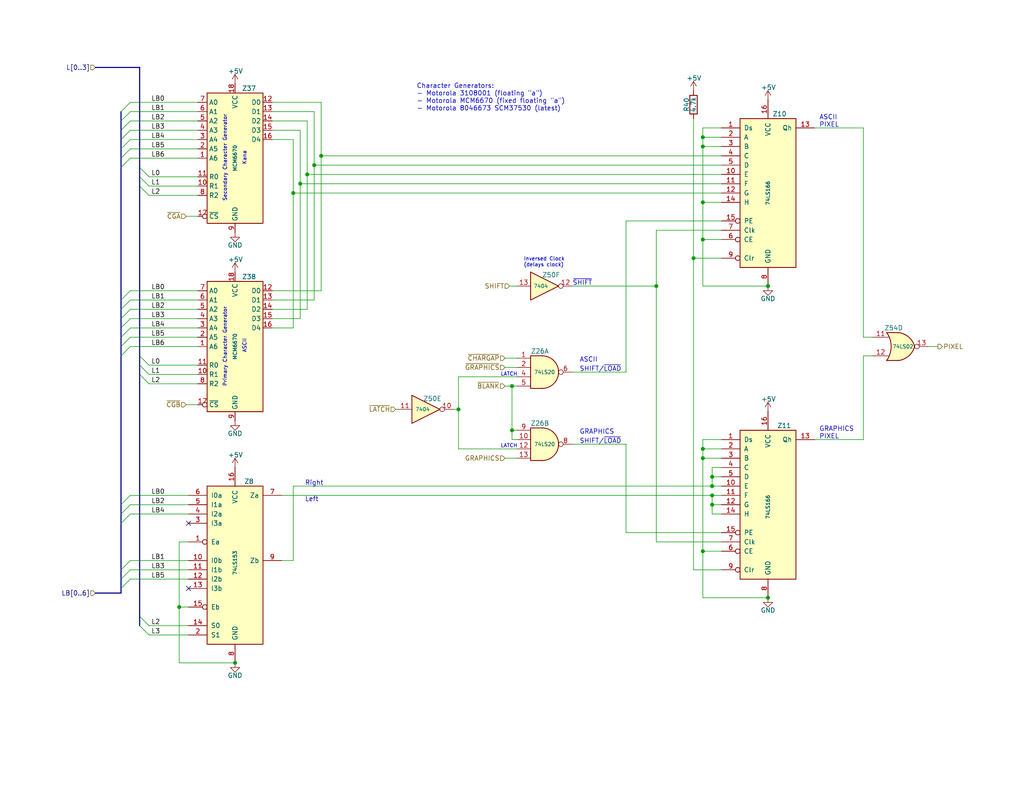
<source format=kicad_sch>
(kicad_sch (version 20250114) (generator "eeschema") (generator_version "9.0")
  (paper "USLetter")
  (title_block (title "TRS-80 Model I Rev HE11E011520") (date "2025-06-14") (rev "E1A") (company "RetroStack - Marcel Erz") (comment 2 "Video generator for text and block graphics through 7th bit selection") (comment 4 "Video Generator"))
  (lib_symbols
    (symbol "74xx:74LS02" (pin_names (offset 1.016))
      (property "Reference" "U" (at 0 1.27 0))
      (property "Value" "74LS02" (at 0 -1.27 0))
      (symbol "74LS02_1_1"
        (arc (start -3.81 3.81) (mid -2.589 0) (end -3.81 -3.81) (stroke (width 0.254)))
        (polyline (pts (xy -3.81 3.81) (xy -0.635 3.81)) (stroke (width 0.254)) (fill (type background)))
        (polyline (pts (xy -3.81 -3.81) (xy -0.635 -3.81)) (stroke (width 0.254)) (fill (type background)))
        (arc (start 3.81 0) (mid 2.1855 -2.584) (end -0.6096 -3.81) (stroke (width 0.254)) (fill (type background)))
        (arc (start -0.6096 3.81) (mid 2.1928 2.5924) (end 3.81 0) (stroke (width 0.254)) (fill (type background)))
        (polyline (pts (xy -0.635 3.81) (xy -3.81 3.81) (xy -3.81 3.81) (xy -3.556 3.4036) (xy -3.0226 2.2606) (xy -2.6924 1.0414) (xy -2.6162 -0.254) (xy -2.7686 -1.4986) (xy -3.175 -2.7178) (xy -3.81 -3.81) (xy -3.81 -3.81) (xy -0.635 -3.81)) (stroke (width -25.4)) (fill (type background)))
        (pin input line (at -7.62 2.54 0) (length 4.318) (name "~") (number "2"))
        (pin input line (at -7.62 -2.54 0) (length 4.318) (name "~") (number "3"))
        (pin output inverted (at 7.62 0 180) (length 3.81) (name "~") (number "1"))
      )
      (symbol "74LS02_1_2"
        (arc (start 0 3.81) (mid 3.7934 0) (end 0 -3.81) (stroke (width 0.254)) (fill (type background)))
        (polyline (pts (xy 0 3.81) (xy -3.81 3.81) (xy -3.81 -3.81) (xy 0 -3.81)) (stroke (width 0.254)) (fill (type background)))
        (pin input inverted (at -7.62 2.54 0) (length 3.81) (name "~") (number "2"))
        (pin input inverted (at -7.62 -2.54 0) (length 3.81) (name "~") (number "3"))
        (pin output line (at 7.62 0 180) (length 3.81) (name "~") (number "1"))
      )
      (symbol "74LS02_2_1"
        (arc (start -3.81 3.81) (mid -2.589 0) (end -3.81 -3.81) (stroke (width 0.254)))
        (polyline (pts (xy -3.81 3.81) (xy -0.635 3.81)) (stroke (width 0.254)) (fill (type background)))
        (polyline (pts (xy -3.81 -3.81) (xy -0.635 -3.81)) (stroke (width 0.254)) (fill (type background)))
        (arc (start 3.81 0) (mid 2.1855 -2.584) (end -0.6096 -3.81) (stroke (width 0.254)) (fill (type background)))
        (arc (start -0.6096 3.81) (mid 2.1928 2.5924) (end 3.81 0) (stroke (width 0.254)) (fill (type background)))
        (polyline (pts (xy -0.635 3.81) (xy -3.81 3.81) (xy -3.81 3.81) (xy -3.556 3.4036) (xy -3.0226 2.2606) (xy -2.6924 1.0414) (xy -2.6162 -0.254) (xy -2.7686 -1.4986) (xy -3.175 -2.7178) (xy -3.81 -3.81) (xy -3.81 -3.81) (xy -0.635 -3.81)) (stroke (width -25.4)) (fill (type background)))
        (pin input line (at -7.62 2.54 0) (length 4.318) (name "~") (number "5"))
        (pin input line (at -7.62 -2.54 0) (length 4.318) (name "~") (number "6"))
        (pin output inverted (at 7.62 0 180) (length 3.81) (name "~") (number "4"))
      )
      (symbol "74LS02_2_2"
        (arc (start 0 3.81) (mid 3.7934 0) (end 0 -3.81) (stroke (width 0.254)) (fill (type background)))
        (polyline (pts (xy 0 3.81) (xy -3.81 3.81) (xy -3.81 -3.81) (xy 0 -3.81)) (stroke (width 0.254)) (fill (type background)))
        (pin input inverted (at -7.62 2.54 0) (length 3.81) (name "~") (number "5"))
        (pin input inverted (at -7.62 -2.54 0) (length 3.81) (name "~") (number "6"))
        (pin output line (at 7.62 0 180) (length 3.81) (name "~") (number "4"))
      )
      (symbol "74LS02_3_1"
        (arc (start -3.81 3.81) (mid -2.589 0) (end -3.81 -3.81) (stroke (width 0.254)))
        (polyline (pts (xy -3.81 3.81) (xy -0.635 3.81)) (stroke (width 0.254)) (fill (type background)))
        (polyline (pts (xy -3.81 -3.81) (xy -0.635 -3.81)) (stroke (width 0.254)) (fill (type background)))
        (arc (start 3.81 0) (mid 2.1855 -2.584) (end -0.6096 -3.81) (stroke (width 0.254)) (fill (type background)))
        (arc (start -0.6096 3.81) (mid 2.1928 2.5924) (end 3.81 0) (stroke (width 0.254)) (fill (type background)))
        (polyline (pts (xy -0.635 3.81) (xy -3.81 3.81) (xy -3.81 3.81) (xy -3.556 3.4036) (xy -3.0226 2.2606) (xy -2.6924 1.0414) (xy -2.6162 -0.254) (xy -2.7686 -1.4986) (xy -3.175 -2.7178) (xy -3.81 -3.81) (xy -3.81 -3.81) (xy -0.635 -3.81)) (stroke (width -25.4)) (fill (type background)))
        (pin input line (at -7.62 2.54 0) (length 4.318) (name "~") (number "8"))
        (pin input line (at -7.62 -2.54 0) (length 4.318) (name "~") (number "9"))
        (pin output inverted (at 7.62 0 180) (length 3.81) (name "~") (number "10"))
      )
      (symbol "74LS02_3_2"
        (arc (start 0 3.81) (mid 3.7934 0) (end 0 -3.81) (stroke (width 0.254)) (fill (type background)))
        (polyline (pts (xy 0 3.81) (xy -3.81 3.81) (xy -3.81 -3.81) (xy 0 -3.81)) (stroke (width 0.254)) (fill (type background)))
        (pin input inverted (at -7.62 2.54 0) (length 3.81) (name "~") (number "8"))
        (pin input inverted (at -7.62 -2.54 0) (length 3.81) (name "~") (number "9"))
        (pin output line (at 7.62 0 180) (length 3.81) (name "~") (number "10"))
      )
      (symbol "74LS02_4_1"
        (arc (start -3.81 3.81) (mid -2.589 0) (end -3.81 -3.81) (stroke (width 0.254)))
        (polyline (pts (xy -3.81 3.81) (xy -0.635 3.81)) (stroke (width 0.254)) (fill (type background)))
        (polyline (pts (xy -3.81 -3.81) (xy -0.635 -3.81)) (stroke (width 0.254)) (fill (type background)))
        (arc (start 3.81 0) (mid 2.1855 -2.584) (end -0.6096 -3.81) (stroke (width 0.254)) (fill (type background)))
        (arc (start -0.6096 3.81) (mid 2.1928 2.5924) (end 3.81 0) (stroke (width 0.254)) (fill (type background)))
        (polyline (pts (xy -0.635 3.81) (xy -3.81 3.81) (xy -3.81 3.81) (xy -3.556 3.4036) (xy -3.0226 2.2606) (xy -2.6924 1.0414) (xy -2.6162 -0.254) (xy -2.7686 -1.4986) (xy -3.175 -2.7178) (xy -3.81 -3.81) (xy -3.81 -3.81) (xy -0.635 -3.81)) (stroke (width -25.4)) (fill (type background)))
        (pin input line (at -7.62 2.54 0) (length 4.318) (name "~") (number "11"))
        (pin input line (at -7.62 -2.54 0) (length 4.318) (name "~") (number "12"))
        (pin output inverted (at 7.62 0 180) (length 3.81) (name "~") (number "13"))
      )
      (symbol "74LS02_4_2"
        (arc (start 0 3.81) (mid 3.7934 0) (end 0 -3.81) (stroke (width 0.254)) (fill (type background)))
        (polyline (pts (xy 0 3.81) (xy -3.81 3.81) (xy -3.81 -3.81) (xy 0 -3.81)) (stroke (width 0.254)) (fill (type background)))
        (pin input inverted (at -7.62 2.54 0) (length 3.81) (name "~") (number "11"))
        (pin input inverted (at -7.62 -2.54 0) (length 3.81) (name "~") (number "12"))
        (pin output line (at 7.62 0 180) (length 3.81) (name "~") (number "13"))
      )
      (symbol "74LS02_5_0"
        (pin power_in line (at 0 12.7 270) (length 5.08) (name "VCC") (number "14"))
        (pin power_in line (at 0 -12.7 90) (length 5.08) (name "GND") (number "7"))
      )
      (symbol "74LS02_5_1"
        (rectangle (start -5.08 7.62) (end 5.08 -7.62) (stroke (width 0.254)) (fill (type background)))
      )
    )
    (symbol "74xx:74LS153" (pin_names (offset 1.016))
      (property "Reference" "U" (at -7.62 21.59 0))
      (property "Value" "74LS153" (at -7.62 -24.13 0))
      (symbol "74LS153_1_0"
        (pin input line (at -12.7 17.78 0) (length 5.08) (name "I0a") (number "6"))
        (pin input line (at -12.7 15.24 0) (length 5.08) (name "I1a") (number "5"))
        (pin input line (at -12.7 12.7 0) (length 5.08) (name "I2a") (number "4"))
        (pin input line (at -12.7 10.16 0) (length 5.08) (name "I3a") (number "3"))
        (pin input inverted (at -12.7 5.08 0) (length 5.08) (name "Ea") (number "1"))
        (pin input line (at -12.7 0 0) (length 5.08) (name "I0b") (number "10"))
        (pin input line (at -12.7 -2.54 0) (length 5.08) (name "I1b") (number "11"))
        (pin input line (at -12.7 -5.08 0) (length 5.08) (name "I2b") (number "12"))
        (pin input line (at -12.7 -7.62 0) (length 5.08) (name "I3b") (number "13"))
        (pin input inverted (at -12.7 -12.7 0) (length 5.08) (name "Eb") (number "15"))
        (pin input line (at -12.7 -17.78 0) (length 5.08) (name "S0") (number "14"))
        (pin input line (at -12.7 -20.32 0) (length 5.08) (name "S1") (number "2"))
        (pin power_in line (at 0 25.4 270) (length 5.08) (name "VCC") (number "16"))
        (pin power_in line (at 0 -27.94 90) (length 5.08) (name "GND") (number "8"))
        (pin output line (at 12.7 17.78 180) (length 5.08) (name "Za") (number "7"))
        (pin output line (at 12.7 0 180) (length 5.08) (name "Zb") (number "9"))
      )
      (symbol "74LS153_1_1"
        (rectangle (start -7.62 20.32) (end 7.62 -22.86) (stroke (width 0.254)) (fill (type background)))
      )
    )
    (symbol "74xx:74LS166" (pin_names (offset 1.016))
      (property "Reference" "U" (at -7.62 21.59 0))
      (property "Value" "74LS166" (at -7.62 -21.59 0))
      (symbol "74LS166_1_0"
        (pin input line (at -12.7 17.78 0) (length 5.08) (name "Ds") (number "1"))
        (pin input line (at -12.7 15.24 0) (length 5.08) (name "A") (number "2"))
        (pin input line (at -12.7 12.7 0) (length 5.08) (name "B") (number "3"))
        (pin input line (at -12.7 10.16 0) (length 5.08) (name "C") (number "4"))
        (pin input line (at -12.7 7.62 0) (length 5.08) (name "D") (number "5"))
        (pin input line (at -12.7 5.08 0) (length 5.08) (name "E") (number "10"))
        (pin input line (at -12.7 2.54 0) (length 5.08) (name "F") (number "11"))
        (pin input line (at -12.7 0 0) (length 5.08) (name "G") (number "12"))
        (pin input line (at -12.7 -2.54 0) (length 5.08) (name "H") (number "14"))
        (pin input inverted (at -12.7 -7.62 0) (length 5.08) (name "PE") (number "15"))
        (pin input line (at -12.7 -10.16 0) (length 5.08) (name "Clk") (number "7"))
        (pin input inverted (at -12.7 -12.7 0) (length 5.08) (name "CE") (number "6"))
        (pin input inverted (at -12.7 -17.78 0) (length 5.08) (name "Clr") (number "9"))
        (pin power_in line (at 0 25.4 270) (length 5.08) (name "VCC") (number "16"))
        (pin power_in line (at 0 -25.4 90) (length 5.08) (name "GND") (number "8"))
        (pin output line (at 12.7 17.78 180) (length 5.08) (name "Qh") (number "13"))
      )
      (symbol "74LS166_1_1"
        (rectangle (start -7.62 20.32) (end 7.62 -20.32) (stroke (width 0.254)) (fill (type background)))
      )
    )
    (symbol "74xx:74LS20" (pin_names (offset 1.016))
      (property "Reference" "U" (at 0 1.27 0))
      (property "Value" "74LS20" (at 0 -1.27 0))
      (symbol "74LS20_1_1"
        (arc (start -0.635 4.445) (mid 3.7907 0) (end -0.635 -4.445) (stroke (width 0.254)) (fill (type background)))
        (polyline (pts (xy -0.635 4.445) (xy -3.81 4.445) (xy -3.81 -4.445) (xy -0.635 -4.445)) (stroke (width 0.254)) (fill (type background)))
        (pin input line (at -7.62 3.81 0) (length 3.81) (name "~") (number "1"))
        (pin input line (at -7.62 1.27 0) (length 3.81) (name "~") (number "2"))
        (pin input line (at -7.62 -1.27 0) (length 3.81) (name "~") (number "4"))
        (pin input line (at -7.62 -3.81 0) (length 3.81) (name "~") (number "5"))
        (pin output inverted (at 7.62 0 180) (length 3.81) (name "~") (number "6"))
      )
      (symbol "74LS20_1_2"
        (arc (start -3.81 4.445) (mid -2.5908 0) (end -3.81 -4.445) (stroke (width 0.254)))
        (polyline (pts (xy -3.81 4.445) (xy -0.635 4.445)) (stroke (width 0.254)) (fill (type background)))
        (polyline (pts (xy -3.81 -4.445) (xy -0.635 -4.445)) (stroke (width 0.254)) (fill (type background)))
        (arc (start -0.6096 4.445) (mid 2.2198 2.8385) (end 3.81 0) (stroke (width 0.254)) (fill (type background)))
        (arc (start 3.81 0) (mid 2.224 -2.8428) (end -0.6096 -4.445) (stroke (width 0.254)) (fill (type background)))
        (polyline (pts (xy -0.635 4.445) (xy -3.81 4.445) (xy -3.81 4.445) (xy -3.6322 4.0894) (xy -3.0988 2.921) (xy -2.7686 1.6764) (xy -2.6162 0.4318) (xy -2.6416 -0.8636) (xy -2.8702 -2.1082) (xy -3.2512 -3.3274) (xy -3.81 -4.445) (xy -3.81 -4.445) (xy -0.635 -4.445)) (stroke (width -25.4)) (fill (type background)))
        (pin input inverted (at -7.62 3.81 0) (length 3.81) (name "~") (number "1"))
        (pin input inverted (at -7.62 1.27 0) (length 4.826) (name "~") (number "2"))
        (pin input inverted (at -7.62 -1.27 0) (length 4.826) (name "~") (number "4"))
        (pin input inverted (at -7.62 -3.81 0) (length 3.81) (name "~") (number "5"))
        (pin output line (at 7.62 0 180) (length 3.81) (name "~") (number "6"))
      )
      (symbol "74LS20_2_1"
        (arc (start -0.635 4.445) (mid 3.7907 0) (end -0.635 -4.445) (stroke (width 0.254)) (fill (type background)))
        (polyline (pts (xy -0.635 4.445) (xy -3.81 4.445) (xy -3.81 -4.445) (xy -0.635 -4.445)) (stroke (width 0.254)) (fill (type background)))
        (pin input line (at -7.62 3.81 0) (length 3.81) (name "~") (number "9"))
        (pin input line (at -7.62 1.27 0) (length 3.81) (name "~") (number "10"))
        (pin input line (at -7.62 -1.27 0) (length 3.81) (name "~") (number "12"))
        (pin input line (at -7.62 -3.81 0) (length 3.81) (name "~") (number "13"))
        (pin output inverted (at 7.62 0 180) (length 3.81) (name "~") (number "8"))
      )
      (symbol "74LS20_2_2"
        (arc (start -3.81 4.445) (mid -2.5908 0) (end -3.81 -4.445) (stroke (width 0.254)))
        (polyline (pts (xy -3.81 4.445) (xy -0.635 4.445)) (stroke (width 0.254)) (fill (type background)))
        (polyline (pts (xy -3.81 -4.445) (xy -0.635 -4.445)) (stroke (width 0.254)) (fill (type background)))
        (arc (start -0.6096 4.445) (mid 2.2198 2.8385) (end 3.81 0) (stroke (width 0.254)) (fill (type background)))
        (arc (start 3.81 0) (mid 2.224 -2.8428) (end -0.6096 -4.445) (stroke (width 0.254)) (fill (type background)))
        (polyline (pts (xy -0.635 4.445) (xy -3.81 4.445) (xy -3.81 4.445) (xy -3.6322 4.0894) (xy -3.0988 2.921) (xy -2.7686 1.6764) (xy -2.6162 0.4318) (xy -2.6416 -0.8636) (xy -2.8702 -2.1082) (xy -3.2512 -3.3274) (xy -3.81 -4.445) (xy -3.81 -4.445) (xy -0.635 -4.445)) (stroke (width -25.4)) (fill (type background)))
        (pin input inverted (at -7.62 3.81 0) (length 3.81) (name "~") (number "9"))
        (pin input inverted (at -7.62 1.27 0) (length 4.826) (name "~") (number "10"))
        (pin input inverted (at -7.62 -1.27 0) (length 4.826) (name "~") (number "12"))
        (pin input inverted (at -7.62 -3.81 0) (length 3.81) (name "~") (number "13"))
        (pin output line (at 7.62 0 180) (length 3.81) (name "~") (number "8"))
      )
      (symbol "74LS20_3_0"
        (pin power_in line (at 0 12.7 270) (length 5.08) (name "VCC") (number "14"))
        (pin power_in line (at 0 -12.7 90) (length 5.08) (name "GND") (number "7"))
      )
      (symbol "74LS20_3_1"
        (rectangle (start -5.08 7.62) (end 5.08 -7.62) (stroke (width 0.254)) (fill (type background)))
      )
    )
    (symbol "Device:R" (pin_numbers (hide yes)) (pin_names (offset 0))
      (property "Reference" "R" (at 2.032 0 90))
      (property "Value" "R" (at 0 0 90))
      (symbol "R_0_1"
        (rectangle (start -1.016 -2.54) (end 1.016 2.54) (stroke (width 0.254)))
      )
      (symbol "R_1_1"
        (pin passive line (at 0 3.81 270) (length 1.27) (name "~") (number "1"))
        (pin passive line (at 0 -3.81 90) (length 1.27) (name "~") (number "2"))
      )
    )
    (symbol "RetroStackLibrary:7404"
      (property "Reference" "U" (at 0 1.27 0))
      (property "Value" "7404" (at 0 -1.27 0))
      (symbol "7404_1_0"
        (polyline (pts (xy -3.81 3.81) (xy -3.81 -3.81) (xy 3.81 0) (xy -3.81 3.81)) (stroke (width 0.254)) (fill (type background)))
        (pin input line (at -7.62 0 0) (length 3.81) (name "~") (number "1"))
        (pin output inverted (at 7.62 0 180) (length 3.81) (name "~") (number "2"))
      )
      (symbol "7404_2_0"
        (polyline (pts (xy -3.81 3.81) (xy -3.81 -3.81) (xy 3.81 0) (xy -3.81 3.81)) (stroke (width 0.254)) (fill (type background)))
        (pin input line (at -7.62 0 0) (length 3.81) (name "~") (number "3"))
        (pin output inverted (at 7.62 0 180) (length 3.81) (name "~") (number "4"))
      )
      (symbol "7404_3_0"
        (polyline (pts (xy -3.81 3.81) (xy -3.81 -3.81) (xy 3.81 0) (xy -3.81 3.81)) (stroke (width 0.254)) (fill (type background)))
        (pin input line (at -7.62 0 0) (length 3.81) (name "~") (number "5"))
        (pin output inverted (at 7.62 0 180) (length 3.81) (name "~") (number "6"))
      )
      (symbol "7404_4_0"
        (polyline (pts (xy -3.81 3.81) (xy -3.81 -3.81) (xy 3.81 0) (xy -3.81 3.81)) (stroke (width 0.254)) (fill (type background)))
        (pin input line (at -7.62 0 0) (length 3.81) (name "~") (number "9"))
        (pin output inverted (at 7.62 0 180) (length 3.81) (name "~") (number "8"))
      )
      (symbol "7404_5_0"
        (polyline (pts (xy -3.81 3.81) (xy -3.81 -3.81) (xy 3.81 0) (xy -3.81 3.81)) (stroke (width 0.254)) (fill (type background)))
        (pin input line (at -7.62 0 0) (length 3.81) (name "~") (number "11"))
        (pin output inverted (at 7.62 0 180) (length 3.81) (name "~") (number "10"))
      )
      (symbol "7404_6_0"
        (polyline (pts (xy -3.81 3.81) (xy -3.81 -3.81) (xy 3.81 0) (xy -3.81 3.81)) (stroke (width 0.254)) (fill (type background)))
        (pin input line (at -7.62 0 0) (length 3.81) (name "~") (number "13"))
        (pin output inverted (at 7.62 0 180) (length 3.81) (name "~") (number "12"))
      )
      (symbol "7404_7_0"
        (pin power_in line (at 0 12.7 270) (length 5.08) (name "VCC") (number "14"))
        (pin power_in line (at 0 -12.7 90) (length 5.08) (name "GND") (number "7"))
      )
      (symbol "7404_7_1"
        (rectangle (start -5.08 7.62) (end 5.08 -7.62) (stroke (width 0.254)) (fill (type background)))
      )
    )
    (symbol "RetroStackLibrary:MCM6670P"
      (property "Reference" "U" (at 0 0 0))
      (property "Value" "MCM6670" (at 0 0 0))
      (symbol "MCM6670P_1_1"
        (rectangle (start -7.62 -5.715) (end 7.62 -41.275) (stroke (width 0.254)) (fill (type background)))
        (pin input line (at -10.16 -8.255 0) (length 2.54) (name "A0") (number "7"))
        (pin input line (at -10.16 -10.795 0) (length 2.54) (name "A1") (number "6"))
        (pin input line (at -10.16 -13.335 0) (length 2.54) (name "A2") (number "5"))
        (pin input line (at -10.16 -15.875 0) (length 2.54) (name "A3") (number "4"))
        (pin input line (at -10.16 -18.415 0) (length 2.54) (name "A4") (number "3"))
        (pin input line (at -10.16 -20.955 0) (length 2.54) (name "A5") (number "2"))
        (pin input line (at -10.16 -23.495 0) (length 2.54) (name "A6") (number "1"))
        (pin input line (at -10.16 -28.575 0) (length 2.54) (name "R0") (number "11"))
        (pin input line (at -10.16 -31.115 0) (length 2.54) (name "R1") (number "10"))
        (pin input line (at -10.16 -33.655 0) (length 2.54) (name "R2") (number "8"))
        (pin input inverted (at -10.16 -39.37 0) (length 2.54) (name "~{CS}") (number "17"))
        (pin power_in line (at 0 -3.175 270) (length 2.54) (name "VCC") (number "18"))
        (pin power_in line (at 0 -43.815 90) (length 2.54) (name "GND") (number "9"))
        (pin output line (at 10.16 -8.255 180) (length 2.54) (name "D0") (number "12"))
        (pin output line (at 10.16 -10.795 180) (length 2.54) (name "D1") (number "13"))
        (pin output line (at 10.16 -13.335 180) (length 2.54) (name "D2") (number "14"))
        (pin output line (at 10.16 -15.875 180) (length 2.54) (name "D3") (number "15"))
        (pin output line (at 10.16 -18.415 180) (length 2.54) (name "D4") (number "16"))
      )
    )
    (symbol "power:+5V" (power) (pin_numbers (hide yes)) (pin_names (offset 0) (hide yes))
      (property "Value" "+5V" (at 0 3.556 0))
      (symbol "+5V_0_1"
        (polyline (pts (xy -0.762 1.27) (xy 0 2.54)))
        (polyline (pts (xy 0 2.54) (xy 0.762 1.27)))
        (polyline (pts (xy 0 0) (xy 0 2.54)))
      )
      (symbol "+5V_1_1"
        (pin power_in line (at 0 0 90) (length 0) (name "~") (number "1"))
      )
    )
    (symbol "power:GND" (power) (pin_numbers (hide yes)) (pin_names (offset 0) (hide yes))
      (property "Value" "GND" (at 0 -3.81 0))
      (symbol "GND_0_1"
        (polyline (pts (xy 0 0) (xy 0 -1.27) (xy 1.27 -1.27) (xy 0 -2.54) (xy -1.27 -1.27) (xy 0 -1.27)))
      )
      (symbol "GND_1_1"
        (pin power_in line (at 0 0 270) (length 0) (name "~") (number "1"))
      )
    )
  )
  (text "LATCH" (at 141.224 102.87 0) (effects (font (size 1 1)) (justify right bottom)))
  (text "LATCH" (at 141.224 122.428 0) (effects (font (size 1 1)) (justify right bottom)))
  (text "Primary Character Generator" (at 61.976 94.742 90) (effects (font (size 1 1)) (justify bottom)))
  (text "ASCII" (at 158.115 99.06 0) (effects (font (size 1.27 1.27)) (justify left bottom)))
  (text "Character Generators:\n- Motorola 3108001 (floating \"a\")\n- Motorola MCM6670 (fixed floating \"a\")\n- Motorola 8046673 SCM37530 (latest)" (at 113.665 30.48 0) (effects (font (size 1.27 1.27)) (justify left bottom)))
  (text "ASCII" (at 67.31 94.488 90) (effects (font (size 1 1)) (justify bottom)))
  (text "SHIFT/~{LOAD}" (at 158.115 121.285 0) (effects (font (size 1.27 1.27)) (justify left bottom)))
  (text "Kana" (at 67.31 43.18 90) (effects (font (size 1 1)) (justify bottom)))
  (text "Right" (at 83.185 132.715 0) (effects (font (size 1.27 1.27)) (justify left bottom)))
  (text "GRAPHICS\nPIXEL" (at 223.52 120.015 0) (effects (font (size 1.27 1.27)) (justify left bottom)))
  (text "Left" (at 83.185 137.16 0) (effects (font (size 1.27 1.27)) (justify left bottom)))
  (text "SHIFT/~{LOAD}" (at 158.115 101.6 0) (effects (font (size 1.27 1.27)) (justify left bottom)))
  (text "Secondary Character Generator" (at 61.976 43.18 90) (effects (font (size 1 1)) (justify bottom)))
  (text "GRAPHICS" (at 158.115 118.745 0) (effects (font (size 1.27 1.27)) (justify left bottom)))
  (text "~{SHIFT}" (at 156.21 78.105 0) (effects (font (size 1.27 1.27)) (justify left bottom)))
  (text "ASCII\nPIXEL" (at 223.52 34.925 0) (effects (font (size 1.27 1.27)) (justify left bottom)))
  (text "Inversed Clock\n(delays clock)" (at 142.875 73.025 0) (effects (font (size 1 1)) (justify left bottom)))
  (junction (at 194.31 137.795))
  (junction (at 194.31 135.255))
  (junction (at 83.82 47.625))
  (junction (at 139.7 105.41))
  (junction (at 80.01 52.705))
  (junction (at 191.77 65.405))
  (junction (at 194.31 132.715))
  (junction (at 191.77 37.465))
  (junction (at 125.095 111.76))
  (junction (at 191.77 150.495))
  (junction (at 48.895 165.735))
  (junction (at 64.135 180.975))
  (junction (at 189.23 70.485))
  (junction (at 139.7 117.475))
  (junction (at 191.77 55.245))
  (junction (at 179.07 78.105))
  (junction (at 81.915 50.165))
  (junction (at 209.55 163.195))
  (junction (at 209.55 78.105))
  (junction (at 191.77 40.005))
  (junction (at 194.31 130.175))
  (junction (at 87.63 42.545))
  (junction (at 191.77 125.095))
  (junction (at 85.725 45.085))
  (junction (at 191.77 122.555))
  (no_connect (at 51.435 160.655))
  (no_connect (at 51.435 142.875))
  (bus_entry (at 33.02 158.115) (size 2.54 -2.54))
  (bus_entry (at 33.02 40.64) (size 2.54 -2.54))
  (bus_entry (at 33.02 160.655) (size 2.54 -2.54))
  (bus_entry (at 38.1 97.155) (size 2.54 2.54))
  (bus_entry (at 33.02 155.575) (size 2.54 -2.54))
  (bus_entry (at 38.1 50.8) (size 2.54 2.54))
  (bus_entry (at 33.02 84.455) (size 2.54 -2.54))
  (bus_entry (at 33.02 30.48) (size 2.54 -2.54))
  (bus_entry (at 38.1 170.815) (size 2.54 2.54))
  (bus_entry (at 33.02 94.615) (size 2.54 -2.54))
  (bus_entry (at 33.02 35.56) (size 2.54 -2.54))
  (bus_entry (at 38.1 168.275) (size 2.54 2.54))
  (bus_entry (at 33.02 92.075) (size 2.54 -2.54))
  (bus_entry (at 38.1 99.695) (size 2.54 2.54))
  (bus_entry (at 33.02 86.995) (size 2.54 -2.54))
  (bus_entry (at 33.02 97.155) (size 2.54 -2.54))
  (bus_entry (at 33.02 81.915) (size 2.54 -2.54))
  (bus_entry (at 33.02 140.335) (size 2.54 -2.54))
  (bus_entry (at 38.1 102.235) (size 2.54 2.54))
  (bus_entry (at 33.02 89.535) (size 2.54 -2.54))
  (bus_entry (at 38.1 45.72) (size 2.54 2.54))
  (bus_entry (at 33.02 45.72) (size 2.54 -2.54))
  (bus_entry (at 33.02 33.02) (size 2.54 -2.54))
  (bus_entry (at 33.02 38.1) (size 2.54 -2.54))
  (bus_entry (at 33.02 43.18) (size 2.54 -2.54))
  (bus_entry (at 33.02 137.795) (size 2.54 -2.54))
  (bus_entry (at 33.02 142.875) (size 2.54 -2.54))
  (bus_entry (at 38.1 48.26) (size 2.54 2.54))
  (wire (pts (xy 255.905 94.615) (xy 253.365 94.615)))
  (wire (pts (xy 235.585 92.075) (xy 235.585 34.925)))
  (bus (pts (xy 38.1 50.8) (xy 38.1 97.155)))
  (wire (pts (xy 87.63 27.94) (xy 87.63 42.545)))
  (wire (pts (xy 35.56 27.94) (xy 53.975 27.94)))
  (wire (pts (xy 125.095 122.555) (xy 125.095 111.76)))
  (wire (pts (xy 40.64 50.8) (xy 53.975 50.8)))
  (wire (pts (xy 74.295 89.535) (xy 80.01 89.535)))
  (wire (pts (xy 222.25 34.925) (xy 235.585 34.925)))
  (wire (pts (xy 170.815 145.415) (xy 196.85 145.415)))
  (wire (pts (xy 179.07 78.105) (xy 179.07 147.955)))
  (wire (pts (xy 191.77 125.095) (xy 191.77 150.495)))
  (wire (pts (xy 137.795 100.33) (xy 140.97 100.33)))
  (wire (pts (xy 191.77 55.245) (xy 196.85 55.245)))
  (wire (pts (xy 74.295 84.455) (xy 83.82 84.455)))
  (wire (pts (xy 235.585 97.155) (xy 235.585 120.015)))
  (wire (pts (xy 191.77 125.095) (xy 196.85 125.095)))
  (wire (pts (xy 40.64 104.775) (xy 53.975 104.775)))
  (wire (pts (xy 35.56 86.995) (xy 53.975 86.995)))
  (bus (pts (xy 26.035 161.925) (xy 33.02 161.925)))
  (wire (pts (xy 222.25 120.015) (xy 235.585 120.015)))
  (wire (pts (xy 196.85 127.635) (xy 194.31 127.635)))
  (wire (pts (xy 191.77 122.555) (xy 191.77 125.095)))
  (wire (pts (xy 81.915 50.165) (xy 196.85 50.165)))
  (wire (pts (xy 194.31 140.335) (xy 194.31 137.795)))
  (bus (pts (xy 33.02 81.915) (xy 33.02 84.455)))
  (wire (pts (xy 40.64 170.815) (xy 51.435 170.815)))
  (bus (pts (xy 38.1 99.695) (xy 38.1 102.235)))
  (wire (pts (xy 196.85 140.335) (xy 194.31 140.335)))
  (wire (pts (xy 238.125 92.075) (xy 235.585 92.075)))
  (wire (pts (xy 85.725 81.915) (xy 85.725 45.085)))
  (wire (pts (xy 74.295 33.02) (xy 83.82 33.02)))
  (wire (pts (xy 170.815 60.325) (xy 196.85 60.325)))
  (wire (pts (xy 170.815 121.285) (xy 170.815 145.415)))
  (wire (pts (xy 170.815 101.6) (xy 170.815 60.325)))
  (bus (pts (xy 33.02 97.155) (xy 33.02 137.795)))
  (wire (pts (xy 87.63 79.375) (xy 87.63 42.545)))
  (wire (pts (xy 40.64 173.355) (xy 51.435 173.355)))
  (wire (pts (xy 35.56 89.535) (xy 53.975 89.535)))
  (bus (pts (xy 33.02 92.075) (xy 33.02 94.615)))
  (wire (pts (xy 80.01 153.035) (xy 80.01 132.715)))
  (wire (pts (xy 137.795 97.79) (xy 140.97 97.79)))
  (wire (pts (xy 194.31 137.795) (xy 194.31 135.255)))
  (wire (pts (xy 87.63 42.545) (xy 196.85 42.545)))
  (wire (pts (xy 196.85 130.175) (xy 194.31 130.175)))
  (wire (pts (xy 35.56 43.18) (xy 53.975 43.18)))
  (bus (pts (xy 33.02 158.115) (xy 33.02 160.655)))
  (wire (pts (xy 35.56 135.255) (xy 51.435 135.255)))
  (bus (pts (xy 33.02 137.795) (xy 33.02 140.335)))
  (wire (pts (xy 179.07 62.865) (xy 179.07 78.105)))
  (wire (pts (xy 179.07 147.955) (xy 196.85 147.955)))
  (wire (pts (xy 85.725 45.085) (xy 196.85 45.085)))
  (wire (pts (xy 48.895 180.975) (xy 64.135 180.975)))
  (wire (pts (xy 35.56 40.64) (xy 53.975 40.64)))
  (wire (pts (xy 191.77 37.465) (xy 196.85 37.465)))
  (wire (pts (xy 35.56 92.075) (xy 53.975 92.075)))
  (wire (pts (xy 137.795 105.41) (xy 139.7 105.41)))
  (wire (pts (xy 40.64 102.235) (xy 53.975 102.235)))
  (wire (pts (xy 83.82 33.02) (xy 83.82 47.625)))
  (wire (pts (xy 74.295 79.375) (xy 87.63 79.375)))
  (wire (pts (xy 35.56 94.615) (xy 53.975 94.615)))
  (bus (pts (xy 33.02 38.1) (xy 33.02 40.64)))
  (wire (pts (xy 74.295 81.915) (xy 85.725 81.915)))
  (wire (pts (xy 191.77 55.245) (xy 191.77 65.405)))
  (wire (pts (xy 80.01 38.1) (xy 80.01 52.705)))
  (wire (pts (xy 191.77 150.495) (xy 196.85 150.495)))
  (wire (pts (xy 179.07 62.865) (xy 196.85 62.865)))
  (bus (pts (xy 38.1 48.26) (xy 38.1 45.72)))
  (wire (pts (xy 196.85 34.925) (xy 191.77 34.925)))
  (wire (pts (xy 191.77 122.555) (xy 196.85 122.555)))
  (wire (pts (xy 35.56 153.035) (xy 51.435 153.035)))
  (wire (pts (xy 35.56 140.335) (xy 51.435 140.335)))
  (wire (pts (xy 76.835 135.255) (xy 194.31 135.255)))
  (wire (pts (xy 83.82 84.455) (xy 83.82 47.625)))
  (bus (pts (xy 33.02 142.875) (xy 33.02 155.575)))
  (wire (pts (xy 191.77 65.405) (xy 191.77 78.105)))
  (wire (pts (xy 74.295 86.995) (xy 81.915 86.995)))
  (wire (pts (xy 35.56 79.375) (xy 53.975 79.375)))
  (wire (pts (xy 156.21 101.6) (xy 170.815 101.6)))
  (wire (pts (xy 80.01 132.715) (xy 194.31 132.715)))
  (wire (pts (xy 238.125 97.155) (xy 235.585 97.155)))
  (wire (pts (xy 191.77 37.465) (xy 191.77 40.005)))
  (wire (pts (xy 35.56 155.575) (xy 51.435 155.575)))
  (wire (pts (xy 156.21 78.105) (xy 179.07 78.105)))
  (bus (pts (xy 26.035 18.415) (xy 38.1 18.415)))
  (bus (pts (xy 33.02 35.56) (xy 33.02 38.1)))
  (wire (pts (xy 139.7 105.41) (xy 140.97 105.41)))
  (wire (pts (xy 50.8 59.055) (xy 53.975 59.055)))
  (wire (pts (xy 83.82 47.625) (xy 196.85 47.625)))
  (wire (pts (xy 35.56 81.915) (xy 53.975 81.915)))
  (wire (pts (xy 123.825 111.76) (xy 125.095 111.76)))
  (wire (pts (xy 194.31 127.635) (xy 194.31 130.175)))
  (wire (pts (xy 191.77 163.195) (xy 209.55 163.195)))
  (bus (pts (xy 33.02 140.335) (xy 33.02 142.875)))
  (wire (pts (xy 40.64 48.26) (xy 53.975 48.26)))
  (wire (pts (xy 125.095 102.87) (xy 125.095 111.76)))
  (wire (pts (xy 191.77 120.015) (xy 191.77 122.555)))
  (wire (pts (xy 74.295 38.1) (xy 80.01 38.1)))
  (wire (pts (xy 85.725 30.48) (xy 85.725 45.085)))
  (bus (pts (xy 33.02 89.535) (xy 33.02 92.075)))
  (bus (pts (xy 33.02 45.72) (xy 33.02 81.915)))
  (wire (pts (xy 140.97 78.105) (xy 139.065 78.105)))
  (bus (pts (xy 38.1 168.275) (xy 38.1 170.815)))
  (wire (pts (xy 140.97 102.87) (xy 125.095 102.87)))
  (bus (pts (xy 33.02 84.455) (xy 33.02 86.995)))
  (wire (pts (xy 196.85 120.015) (xy 191.77 120.015)))
  (wire (pts (xy 137.795 125.095) (xy 140.97 125.095)))
  (wire (pts (xy 81.915 35.56) (xy 81.915 50.165)))
  (wire (pts (xy 191.77 40.005) (xy 196.85 40.005)))
  (wire (pts (xy 48.895 147.955) (xy 48.895 165.735)))
  (wire (pts (xy 196.85 132.715) (xy 194.31 132.715)))
  (wire (pts (xy 191.77 78.105) (xy 209.55 78.105)))
  (bus (pts (xy 33.02 33.02) (xy 33.02 35.56)))
  (wire (pts (xy 189.23 32.385) (xy 189.23 70.485)))
  (bus (pts (xy 38.1 50.8) (xy 38.1 48.26)))
  (wire (pts (xy 74.295 30.48) (xy 85.725 30.48)))
  (bus (pts (xy 33.02 94.615) (xy 33.02 97.155)))
  (wire (pts (xy 189.23 155.575) (xy 196.85 155.575)))
  (wire (pts (xy 48.895 165.735) (xy 48.895 180.975)))
  (wire (pts (xy 35.56 158.115) (xy 51.435 158.115)))
  (bus (pts (xy 33.02 160.655) (xy 33.02 161.925)))
  (wire (pts (xy 40.64 99.695) (xy 53.975 99.695)))
  (wire (pts (xy 156.21 121.285) (xy 170.815 121.285)))
  (wire (pts (xy 80.01 52.705) (xy 196.85 52.705)))
  (wire (pts (xy 191.77 150.495) (xy 191.77 163.195)))
  (wire (pts (xy 191.77 34.925) (xy 191.77 37.465)))
  (wire (pts (xy 108.585 111.76) (xy 107.95 111.76)))
  (wire (pts (xy 140.97 120.015) (xy 139.7 120.015)))
  (wire (pts (xy 81.915 86.995) (xy 81.915 50.165)))
  (wire (pts (xy 194.31 137.795) (xy 196.85 137.795)))
  (wire (pts (xy 35.56 84.455) (xy 53.975 84.455)))
  (wire (pts (xy 35.56 137.795) (xy 51.435 137.795)))
  (wire (pts (xy 191.77 40.005) (xy 191.77 55.245)))
  (bus (pts (xy 33.02 155.575) (xy 33.02 158.115)))
  (wire (pts (xy 189.23 70.485) (xy 196.85 70.485)))
  (bus (pts (xy 33.02 40.64) (xy 33.02 43.18)))
  (wire (pts (xy 76.835 153.035) (xy 80.01 153.035)))
  (wire (pts (xy 74.295 27.94) (xy 87.63 27.94)))
  (wire (pts (xy 40.64 53.34) (xy 53.975 53.34)))
  (wire (pts (xy 139.7 120.015) (xy 139.7 117.475)))
  (bus (pts (xy 38.1 45.72) (xy 38.1 18.415)))
  (bus (pts (xy 33.02 30.48) (xy 33.02 33.02)))
  (bus (pts (xy 33.02 43.18) (xy 33.02 45.72)))
  (wire (pts (xy 35.56 35.56) (xy 53.975 35.56)))
  (bus (pts (xy 38.1 97.155) (xy 38.1 99.695)))
  (wire (pts (xy 140.97 122.555) (xy 125.095 122.555)))
  (wire (pts (xy 139.7 117.475) (xy 140.97 117.475)))
  (wire (pts (xy 139.7 117.475) (xy 139.7 105.41)))
  (wire (pts (xy 50.8 110.49) (xy 53.975 110.49)))
  (wire (pts (xy 194.31 132.715) (xy 194.31 130.175)))
  (wire (pts (xy 51.435 147.955) (xy 48.895 147.955)))
  (wire (pts (xy 80.01 89.535) (xy 80.01 52.705)))
  (wire (pts (xy 35.56 30.48) (xy 53.975 30.48)))
  (wire (pts (xy 35.56 38.1) (xy 53.975 38.1)))
  (bus (pts (xy 33.02 86.995) (xy 33.02 89.535)))
  (wire (pts (xy 189.23 70.485) (xy 189.23 155.575)))
  (wire (pts (xy 35.56 33.02) (xy 53.975 33.02)))
  (bus (pts (xy 38.1 102.235) (xy 38.1 168.275)))
  (wire (pts (xy 191.77 65.405) (xy 196.85 65.405)))
  (wire (pts (xy 194.31 135.255) (xy 196.85 135.255)))
  (wire (pts (xy 74.295 35.56) (xy 81.915 35.56)))
  (wire (pts (xy 48.895 165.735) (xy 51.435 165.735)))
  (label "LB3" (at 41.275 155.575 0))
  (label "LB2" (at 41.275 137.795 0))
  (label "L1" (at 41.275 102.235 0))
  (label "LB6" (at 41.275 43.18 0))
  (label "LB0" (at 41.275 27.94 0))
  (label "LB0" (at 41.275 135.255 0))
  (label "LB4" (at 41.275 140.335 0))
  (label "LB3" (at 41.275 86.995 0))
  (label "LB4" (at 41.275 38.1 0))
  (label "L0" (at 41.275 99.695 0))
  (label "LB1" (at 41.275 81.915 0))
  (label "LB6" (at 41.275 94.615 0))
  (label "L2" (at 41.275 53.34 0))
  (label "LB4" (at 41.275 89.535 0))
  (label "LB1" (at 41.275 153.035 0))
  (label "L1" (at 41.275 50.8 0))
  (label "LB3" (at 41.275 35.56 0))
  (label "LB0" (at 41.275 79.375 0))
  (label "L2" (at 41.275 170.815 0))
  (label "L3" (at 41.275 173.355 0))
  (label "LB2" (at 41.275 33.02 0))
  (label "LB5" (at 41.275 158.115 0))
  (label "LB1" (at 41.275 30.48 0))
  (label "LB2" (at 41.275 84.455 0))
  (label "L0" (at 41.275 48.26 0))
  (label "LB5" (at 41.275 92.075 0))
  (label "LB5" (at 41.275 40.64 0))
  (label "L2" (at 41.275 104.775 0))
  (hierarchical_label "~{CGA}" (shape input) (at 50.8 59.055 180))
  (hierarchical_label "~{CGB}" (shape input) (at 50.8 110.49 180))
  (hierarchical_label "L[0..3]" (shape input) (at 26.035 18.415 180))
  (hierarchical_label "GRAPHICS" (shape input) (at 137.795 125.095 180))
  (hierarchical_label "LB[0..6]" (shape input) (at 26.035 161.925 180))
  (hierarchical_label "SHIFT" (shape input) (at 139.065 78.105 180))
  (hierarchical_label "~{LATCH}" (shape input) (at 107.95 111.76 180))
  (hierarchical_label "~{BLANK}" (shape input) (at 137.795 105.41 180))
  (hierarchical_label "~{GRAPHICS}" (shape input) (at 137.795 100.33 180))
  (hierarchical_label "PIXEL" (shape output) (at 255.905 94.615 0))
  (hierarchical_label "~{CHARGAP}" (shape input) (at 137.795 97.79 180))
  (symbol (lib_id "RetroStackLibrary:MCM6670P") (at 64.135 71.12 0) (unit 1)
    (property "Reference" "Z38" (at 66.04 75.565 0) (effects (justify left)))
    (property "Value" "MCM6670" (at 64.135 94.615 90) (effects (font (size 1 1))))
    (property "Footprint" "Library:TRS80_Model_I_DIP18_Jap" (effects (hide yes)))
  )
  (symbol (lib_id "power:+5V") (at 209.55 27.305 0) (unit 1)
    (property "Reference" "#PWR059" (effects (hide yes)))
    (property "Value" "+5V" (at 209.677 23.876 0))
    (property "Description" "Power symbol creates a global label with name \"+5V\"" (effects (hide yes)))
  )
  (symbol (lib_id "power:+5V") (at 64.135 74.295 0) (unit 1)
    (property "Reference" "#PWR063" (effects (hide yes)))
    (property "Value" "+5V" (at 64.262 70.866 0))
    (property "Description" "Power symbol creates a global label with name \"+5V\"" (effects (hide yes)))
  )
  (symbol (lib_id "RetroStackLibrary:7404") (at 148.59 78.105 0) (unit 6)
    (property "Reference" "Z50" (at 150.368 75.057 0))
    (property "Value" "7404" (at 147.574 78.105 0) (effects (font (size 1 1))))
    (property "Footprint" "Library:TRS80_Model_I_DIP14_Jap" (effects (hide yes)))
    (property "Datasheet" "http://www.ti.com/lit/gpn/sn74LS04" (effects (hide yes)))
    (property "Description" "Hex Inverter" (effects (hide yes)))
  )
  (symbol (lib_id "power:+5V") (at 64.135 127.635 0) (unit 1)
    (property "Reference" "#PWR057" (effects (hide yes)))
    (property "Value" "+5V" (at 64.262 124.206 0))
    (property "Description" "Power symbol creates a global label with name \"+5V\"" (effects (hide yes)))
  )
  (symbol (lib_id "power:GND") (at 64.135 180.975 0) (unit 1)
    (property "Reference" "#PWR058" (effects (hide yes)))
    (property "Value" "GND" (at 64.135 184.404 0))
    (property "Description" "Power symbol creates a global label with name \"GND\" , ground" (effects (hide yes)))
  )
  (symbol (lib_id "power:GND") (at 64.135 63.5 0) (unit 1)
    (property "Reference" "#PWR056" (effects (hide yes)))
    (property "Value" "GND" (at 64.135 66.929 0))
    (property "Description" "Power symbol creates a global label with name \"GND\" , ground" (effects (hide yes)))
  )
  (symbol (lib_id "Device:R") (at 189.23 28.575 180) (unit 1)
    (property "Reference" "R68" (at 187.325 28.575 90))
    (property "Value" "4.7k" (at 189.23 28.575 90))
    (property "Footprint" "Library:TRS80_Model_I_R_0.25W_Jap" (effects (hide yes)))
    (instances (project "Replica" (path "" (reference "R40") (unit 1))) (project "TRS80_Model_I_G_E1" (path "" (reference "R68") (unit 1))))
  )
  (symbol (lib_id "power:+5V") (at 189.23 24.765 0) (unit 1)
    (property "Reference" "#PWR01" (effects (hide yes)))
    (property "Value" "+5V" (at 189.357 21.336 0))
    (property "Description" "Power symbol creates a global label with name \"+5V\"" (effects (hide yes)))
  )
  (symbol (lib_id "power:+5V") (at 209.55 112.395 0) (unit 1)
    (property "Reference" "#PWR061" (effects (hide yes)))
    (property "Value" "+5V" (at 209.677 108.966 0))
    (property "Description" "Power symbol creates a global label with name \"+5V\"" (effects (hide yes)))
  )
  (symbol (lib_id "power:GND") (at 64.135 114.935 0) (unit 1)
    (property "Reference" "#PWR0103" (effects (hide yes)))
    (property "Value" "GND" (at 64.135 118.364 0))
    (property "Description" "Power symbol creates a global label with name \"GND\" , ground" (effects (hide yes)))
  )
  (symbol (lib_id "74xx:74LS20") (at 148.59 101.6 0) (unit 1)
    (property "Reference" "Z55" (at 147.32 95.885 0))
    (property "Value" "74LS20" (at 148.59 101.6 0) (effects (font (size 1 1))))
    (property "Footprint" "Library:TRS80_Model_I_DIP14_Jap" (effects (hide yes)))
    (property "Datasheet" "http://www.ti.com/lit/gpn/sn74LS20" (effects (hide yes)))
    (instances (project "Replica" (path "" (reference "Z26") (unit 1))) (project "TRS80_Model_I_G_E1" (path "" (reference "Z55") (unit 1))))
  )
  (symbol (lib_id "74xx:74LS153") (at 64.135 153.035 0) (unit 1)
    (property "Reference" "Z39" (at 67.945 131.445 0))
    (property "Value" "74LS153" (at 64.135 153.67 90) (effects (font (size 1 1))))
    (property "Footprint" "Library:TRS80_Model_I_DIP16_Jap" (effects (hide yes)))
    (property "Datasheet" "http://www.ti.com/lit/gpn/sn74LS153" (effects (hide yes)))
    (instances (project "Replica" (path "" (reference "Z8") (unit 1))) (project "TRS80_Model_I_G_E1" (path "" (reference "Z39") (unit 1))))
  )
  (symbol (lib_id "74xx:74LS166") (at 209.55 52.705 0) (unit 1)
    (property "Reference" "Z57" (at 212.725 31.115 0))
    (property "Value" "74LS166" (at 209.55 52.705 90) (effects (font (size 1 1))))
    (property "Footprint" "Library:TRS80_Model_I_DIP16_Jap" (effects (hide yes)))
    (property "Datasheet" "http://www.ti.com/lit/gpn/sn74LS166" (effects (hide yes)))
    (instances (project "Replica" (path "" (reference "Z10") (unit 1))) (project "TRS80_Model_I_G_E1" (path "" (reference "Z57") (unit 1))))
  )
  (symbol (lib_id "power:GND") (at 209.55 78.105 0) (unit 1)
    (property "Reference" "#PWR060" (effects (hide yes)))
    (property "Value" "GND" (at 209.55 81.534 0))
    (property "Description" "Power symbol creates a global label with name \"GND\" , ground" (effects (hide yes)))
  )
  (symbol (lib_id "power:GND") (at 209.55 163.195 0) (unit 1)
    (property "Reference" "#PWR062" (effects (hide yes)))
    (property "Value" "GND" (at 209.55 166.624 0))
    (property "Description" "Power symbol creates a global label with name \"GND\" , ground" (effects (hide yes)))
  )
  (symbol (lib_id "74xx:74LS20") (at 148.59 121.285 0) (unit 2)
    (property "Reference" "Z55" (at 147.32 115.57 0))
    (property "Value" "74LS20" (at 148.59 121.285 0) (effects (font (size 1 1))))
    (property "Footprint" "Library:TRS80_Model_I_DIP14_Jap" (effects (hide yes)))
    (property "Datasheet" "http://www.ti.com/lit/gpn/sn74LS20" (effects (hide yes)))
    (instances (project "Replica" (path "" (reference "Z26") (unit 2))) (project "TRS80_Model_I_G_E1" (path "" (reference "Z55") (unit 2))))
  )
  (symbol (lib_id "74xx:74LS02") (at 245.745 94.615 0) (unit 4)
    (property "Reference" "Z54" (at 243.84 89.535 0))
    (property "Value" "74LS02" (at 246.38 94.615 0) (effects (font (size 1 1))))
    (property "Footprint" "Library:TRS80_Model_I_DIP14_Jap" (effects (hide yes)))
    (property "Datasheet" "http://www.ti.com/lit/gpn/sn74ls02" (effects (hide yes)))
  )
  (symbol (lib_id "74xx:74LS166") (at 209.55 137.795 0) (unit 1)
    (property "Reference" "Z58" (at 213.995 116.205 0))
    (property "Value" "74LS166" (at 209.55 138.43 90) (effects (font (size 1 1))))
    (property "Footprint" "Library:TRS80_Model_I_DIP16_Jap" (effects (hide yes)))
    (property "Datasheet" "http://www.ti.com/lit/gpn/sn74LS166" (effects (hide yes)))
    (instances (project "Replica" (path "" (reference "Z11") (unit 1))) (project "TRS80_Model_I_G_E1" (path "" (reference "Z58") (unit 1))))
  )
  (symbol (lib_id "RetroStackLibrary:7404") (at 116.205 111.76 0) (unit 5)
    (property "Reference" "Z50" (at 117.983 108.839 0))
    (property "Value" "7404" (at 115.316 111.76 0) (effects (font (size 1 1))))
    (property "Footprint" "Library:TRS80_Model_I_DIP14_Jap" (effects (hide yes)))
    (property "Datasheet" "http://www.ti.com/lit/gpn/sn74LS04" (effects (hide yes)))
    (property "Description" "Hex Inverter" (effects (hide yes)))
  )
  (symbol (lib_id "RetroStackLibrary:MCM6670P") (at 64.135 19.685 0) (unit 1)
    (property "Reference" "Z37" (at 66.04 24.13 0) (effects (justify left)))
    (property "Value" "MCM6670" (at 64.135 43.18 90) (effects (font (size 1 1))))
    (property "Footprint" "Library:TRS80_Model_I_DIP18_Jap" (effects (hide yes)))
  )
  (symbol (lib_id "power:+5V") (at 64.135 22.86 0) (unit 1)
    (property "Reference" "#PWR055" (effects (hide yes)))
    (property "Value" "+5V" (at 64.262 19.431 0))
    (property "Description" "Power symbol creates a global label with name \"+5V\"" (effects (hide yes)))
  )
)
</source>
